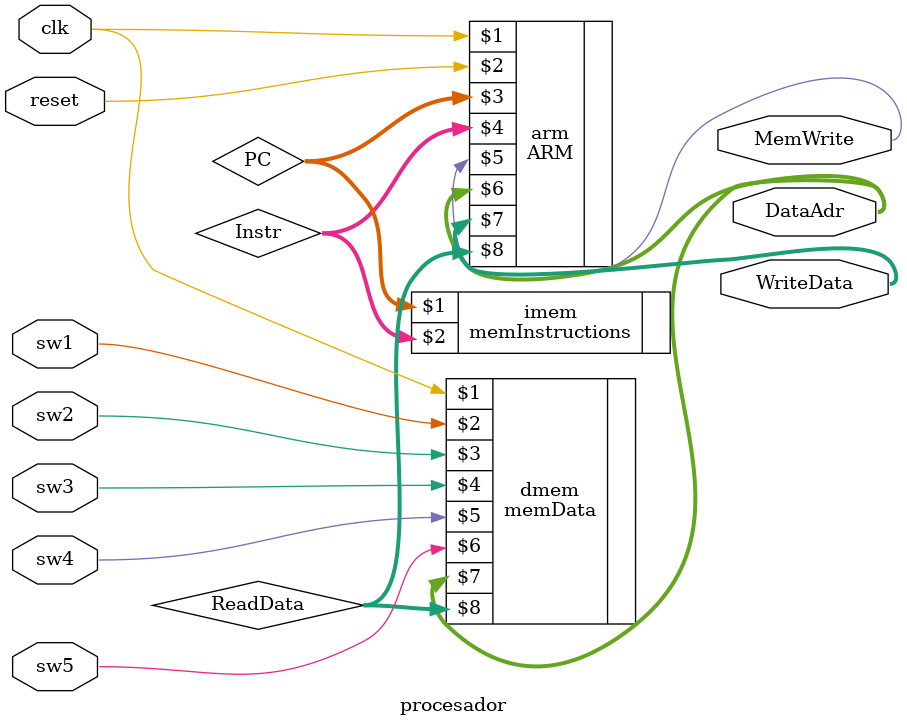
<source format=sv>
module procesador(input logic clk, reset, sw1, sw2, sw3, sw4, sw5,
						output logic [31:0] WriteData, DataAdr,
						output logic MemWrite);
	
	logic [31:0] PC, Instr, ReadData;
	
	ARM arm(clk, reset, PC, Instr, MemWrite, DataAdr, WriteData, ReadData);
	memInstructions imem(PC, Instr);
	memData dmem(clk, sw1, sw2, sw3, sw4, sw5, DataAdr, ReadData);
endmodule 
</source>
